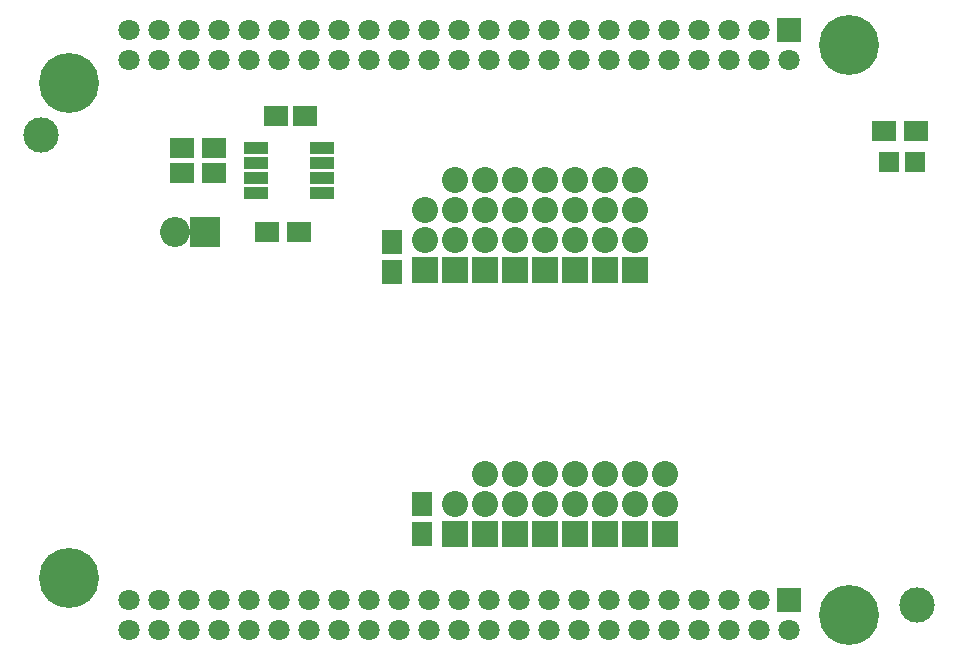
<source format=gbr>
G04 #@! TF.FileFunction,Soldermask,Top*
%FSLAX46Y46*%
G04 Gerber Fmt 4.6, Leading zero omitted, Abs format (unit mm)*
G04 Created by KiCad (PCBNEW 4.0.5) date 06/09/17 19:28:17*
%MOMM*%
%LPD*%
G01*
G04 APERTURE LIST*
%ADD10C,0.150000*%
%ADD11C,3.000000*%
%ADD12R,2.159000X1.107440*%
%ADD13C,5.080000*%
%ADD14R,2.159000X2.159000*%
%ADD15C,1.808480*%
%ADD16R,2.540000X2.540000*%
%ADD17O,2.540000X2.540000*%
%ADD18R,2.008000X1.808000*%
%ADD19R,1.758000X2.008000*%
%ADD20R,2.008000X1.758000*%
%ADD21R,2.208000X2.208000*%
%ADD22O,2.208000X2.208000*%
%ADD23R,1.708000X1.708000*%
G04 APERTURE END LIST*
D10*
D11*
X171196000Y-103251000D03*
X97028000Y-63500000D03*
D12*
X115290600Y-68376800D03*
X120878600Y-68376800D03*
X115290600Y-67106800D03*
X115290600Y-65836800D03*
X115290600Y-64566800D03*
X120878600Y-67106800D03*
X120878600Y-65836800D03*
X120878600Y-64566800D03*
D13*
X99441000Y-59055000D03*
X165481000Y-55880000D03*
X165481000Y-104140000D03*
X99441000Y-100965000D03*
D14*
X160401000Y-54610000D03*
D15*
X160401000Y-57150000D03*
X157861000Y-54610000D03*
X157861000Y-57150000D03*
X155321000Y-54610000D03*
X155321000Y-57150000D03*
X152781000Y-54610000D03*
X152781000Y-57150000D03*
X150241000Y-54610000D03*
X150241000Y-57150000D03*
X147701000Y-54610000D03*
X147701000Y-57150000D03*
X145161000Y-54610000D03*
X145161000Y-57150000D03*
X142621000Y-54610000D03*
X142621000Y-57150000D03*
X140081000Y-54610000D03*
X140081000Y-57150000D03*
X137541000Y-54610000D03*
X137541000Y-57150000D03*
X135001000Y-54610000D03*
X135001000Y-57150000D03*
X132461000Y-54610000D03*
X132461000Y-57150000D03*
X129921000Y-54610000D03*
X129921000Y-57150000D03*
X127381000Y-54610000D03*
X127381000Y-57150000D03*
X124841000Y-54610000D03*
X124841000Y-57150000D03*
X122301000Y-54610000D03*
X122301000Y-57150000D03*
X119761000Y-54610000D03*
X119761000Y-57150000D03*
X117221000Y-54610000D03*
X117221000Y-57150000D03*
X114681000Y-54610000D03*
X114681000Y-57150000D03*
X112141000Y-54610000D03*
X112141000Y-57150000D03*
X109601000Y-54610000D03*
X109601000Y-57150000D03*
X107061000Y-54610000D03*
X107061000Y-57150000D03*
X104521000Y-54610000D03*
X104521000Y-57150000D03*
D14*
X160401000Y-102870000D03*
D15*
X160401000Y-105410000D03*
X157861000Y-102870000D03*
X157861000Y-105410000D03*
X155321000Y-102870000D03*
X155321000Y-105410000D03*
X152781000Y-102870000D03*
X152781000Y-105410000D03*
X150241000Y-102870000D03*
X150241000Y-105410000D03*
X147701000Y-102870000D03*
X147701000Y-105410000D03*
X145161000Y-102870000D03*
X145161000Y-105410000D03*
X142621000Y-102870000D03*
X142621000Y-105410000D03*
X140081000Y-102870000D03*
X140081000Y-105410000D03*
X137541000Y-102870000D03*
X137541000Y-105410000D03*
X135001000Y-102870000D03*
X135001000Y-105410000D03*
X132461000Y-102870000D03*
X132461000Y-105410000D03*
X129921000Y-102870000D03*
X129921000Y-105410000D03*
X127381000Y-102870000D03*
X127381000Y-105410000D03*
X124841000Y-102870000D03*
X124841000Y-105410000D03*
X122301000Y-102870000D03*
X122301000Y-105410000D03*
X119761000Y-102870000D03*
X119761000Y-105410000D03*
X117221000Y-102870000D03*
X117221000Y-105410000D03*
X114681000Y-102870000D03*
X114681000Y-105410000D03*
X112141000Y-102870000D03*
X112141000Y-105410000D03*
X109601000Y-102870000D03*
X109601000Y-105410000D03*
X107061000Y-102870000D03*
X107061000Y-105410000D03*
X104521000Y-102870000D03*
X104521000Y-105410000D03*
D16*
X110972600Y-71678800D03*
D17*
X108432600Y-71678800D03*
D18*
X168449000Y-63119000D03*
X171149000Y-63119000D03*
X118926600Y-71678800D03*
X116226600Y-71678800D03*
X108987600Y-66725800D03*
X111687600Y-66725800D03*
X108987600Y-64566800D03*
X111687600Y-64566800D03*
D19*
X126746000Y-72537000D03*
X126746000Y-75037000D03*
D20*
X116961600Y-61899800D03*
X119461600Y-61899800D03*
D21*
X139700000Y-74930000D03*
D22*
X139700000Y-72390000D03*
X139700000Y-69850000D03*
X139700000Y-67310000D03*
D21*
X137160000Y-74930000D03*
D22*
X137160000Y-72390000D03*
X137160000Y-69850000D03*
X137160000Y-67310000D03*
D21*
X134620000Y-74930000D03*
D22*
X134620000Y-72390000D03*
X134620000Y-69850000D03*
X134620000Y-67310000D03*
D23*
X171026000Y-65786000D03*
X168826000Y-65786000D03*
D21*
X142240000Y-74930000D03*
D22*
X142240000Y-72390000D03*
X142240000Y-69850000D03*
X142240000Y-67310000D03*
D21*
X144780000Y-74930000D03*
D22*
X144780000Y-72390000D03*
X144780000Y-69850000D03*
X144780000Y-67310000D03*
D21*
X132080000Y-74930000D03*
D22*
X132080000Y-72390000D03*
X132080000Y-69850000D03*
X132080000Y-67310000D03*
D21*
X142240000Y-97282000D03*
D22*
X142240000Y-94742000D03*
X142240000Y-92202000D03*
D21*
X139700000Y-97282000D03*
D22*
X139700000Y-94742000D03*
X139700000Y-92202000D03*
D21*
X137160000Y-97282000D03*
D22*
X137160000Y-94742000D03*
X137160000Y-92202000D03*
D21*
X134620000Y-97282000D03*
D22*
X134620000Y-94742000D03*
X134620000Y-92202000D03*
D19*
X129286000Y-94762000D03*
X129286000Y-97262000D03*
D21*
X144780000Y-97282000D03*
D22*
X144780000Y-94742000D03*
X144780000Y-92202000D03*
D21*
X149860000Y-97282000D03*
D22*
X149860000Y-94742000D03*
X149860000Y-92202000D03*
D21*
X147320000Y-97282000D03*
D22*
X147320000Y-94742000D03*
X147320000Y-92202000D03*
D21*
X132080000Y-97282000D03*
D22*
X132080000Y-94742000D03*
D21*
X147320000Y-74930000D03*
D22*
X147320000Y-72390000D03*
X147320000Y-69850000D03*
X147320000Y-67310000D03*
D21*
X129540000Y-74930000D03*
D22*
X129540000Y-72390000D03*
X129540000Y-69850000D03*
M02*

</source>
